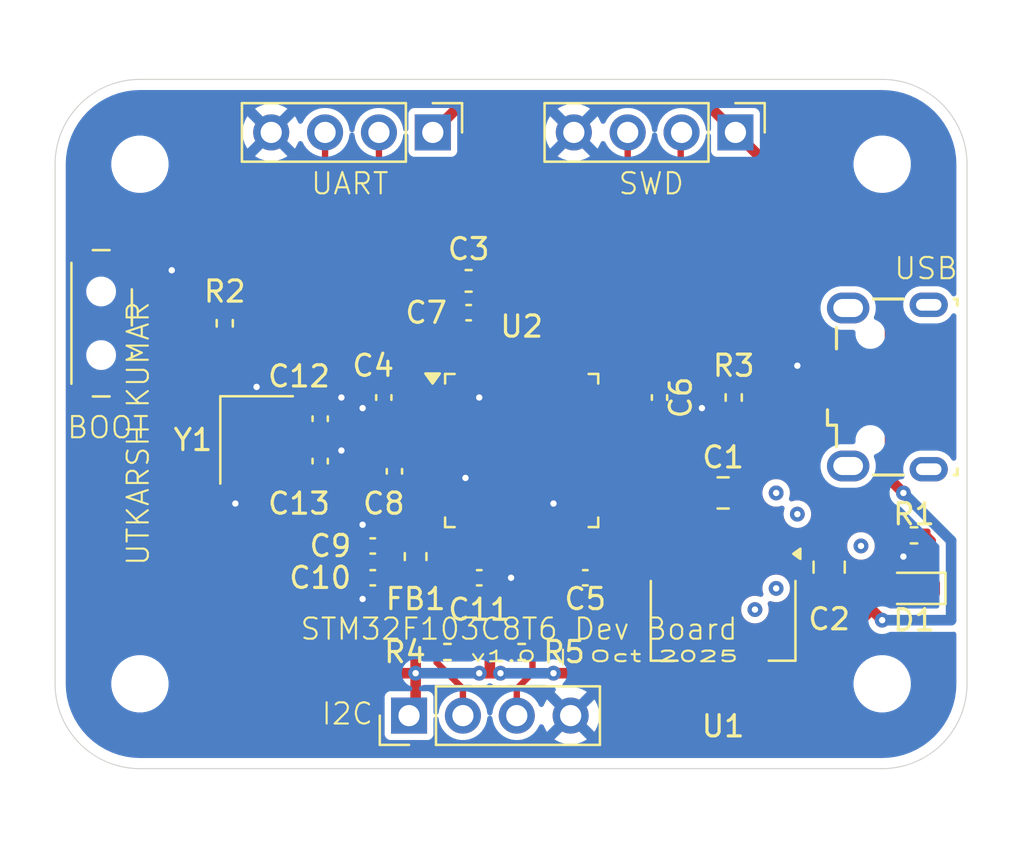
<source format=kicad_pcb>
(kicad_pcb (version 20241229) (generator "pcbnew") (generator_version "9.0")
  (layers (0 "F.Cu" signal) (2 "B.Cu" power) (13 "F.Paste" user) (15 "B.Paste" user) (5 "F.SilkS" user "F.Silkscreen") (7 "B.SilkS" user "B.Silkscreen") (1 "F.Mask" user) (3 "B.Mask" user) (25 "Edge.Cuts" user))
  (net 0 "")
  (net 1 "GND")
  (net 2 "VBUS")
  (net 3 "+3.3V")
  (net 4 "/NRST")
  (net 5 "/HSE_OUT")
  (net 6 "+3.3VA")
  (net 7 "/PWR_LED_K")
  (net 8 "/USART1_RX")
  (net 9 "/USART1_TX")
  (net 10 "/I2C2_SCL")
  (net 11 "/I2C2_SDA")
  (net 12 "/SWDIO")
  (net 13 "/SWCLK")
  (net 14 "/USB_D+")
  (net 15 "/USB_D-")
  (net 16 "/SW_BOOT0")
  (net 17 "/BOOT0")
  (net 47 "/HSE_IN")
  (footprint "Capacitor_SMD:C_0402_1005Metric" (layer "F.Cu") (at 118 100.5 180)
    (property "Reference" "C5" (at 0 -1 -180) (layer "F.SilkS"))
    (property "Value" "100n")
    (pad "1" smd roundrect (at -0.48 0 180) (size 0.56 0.62) (layers "F.Cu" "F.Mask" "F.Paste") (net 3 "+3.3V"))
    (pad "2" smd roundrect (at 0.48 0 180) (size 0.56 0.62) (layers "F.Cu" "F.Mask" "F.Paste") (net 1 "GND"))
  )
  (footprint "Button_Switch_SMD:SW_SPDT_PCM12" (layer "F.Cu") (at 95.5 88.5 -90)
    (property "Reference" "SW1")
    (property "Value" "SW_SPDT")
    (pad "" smd rect (at -3.65 -0.78 270) (size 1 0.8) (layers "F.Cu" "F.Mask" "F.Paste"))
    (pad "" smd rect (at -3.65 1.43 270) (size 1 0.8) (layers "F.Cu" "F.Mask" "F.Paste"))
    (pad "" np_thru_hole circle (at -1.5 0.33 270) (size 0.9 0.9) (drill 0.9) (layers "*.Cu" "*.Mask"))
    (pad "" np_thru_hole circle (at 1.5 0.33 270) (size 0.9 0.9) (drill 0.9) (layers "*.Cu" "*.Mask"))
    (pad "" smd rect (at 3.65 -0.78 270) (size 1 0.8) (layers "F.Cu" "F.Mask" "F.Paste"))
    (pad "" smd rect (at 3.65 1.43 270) (size 1 0.8) (layers "F.Cu" "F.Mask" "F.Paste"))
    (pad "1" smd rect (at -2.25 -1.43 270) (size 0.7 1.5) (layers "F.Cu" "F.Mask" "F.Paste") (net 1 "GND"))
    (pad "2" smd rect (at 0.75 -1.43 270) (size 0.7 1.5) (layers "F.Cu" "F.Mask" "F.Paste") (net 16 "/SW_BOOT0"))
    (pad "3" smd rect (at 2.25 -1.43 270) (size 0.7 1.5) (layers "F.Cu" "F.Mask" "F.Paste") (net 3 "+3.3V"))
  )
  (footprint "Capacitor_SMD:C_0402_1005Metric" (layer "F.Cu") (at 105.5 93 90)
    (property "Reference" "C12" (at 2 -1 180) (layer "F.SilkS"))
    (property "Value" "10p")
    (pad "1" smd roundrect (at -0.48 0 90) (size 0.56 0.62) (layers "F.Cu" "F.Mask" "F.Paste") (net 47 "/HSE_IN"))
    (pad "2" smd roundrect (at 0.48 0 90) (size 0.56 0.62) (layers "F.Cu" "F.Mask" "F.Paste") (net 1 "GND"))
  )
  (footprint "Capacitor_SMD:C_0603_1608Metric" (layer "F.Cu") (at 112.5 86.5)
    (property "Reference" "C3" (at 0 -1.5 0) (layer "F.SilkS"))
    (property "Value" "10u")
    (pad "1" smd roundrect (at -0.775 0) (size 0.9 0.95) (layers "F.Cu" "F.Mask" "F.Paste") (net 3 "+3.3V"))
    (pad "2" smd roundrect (at 0.775 0) (size 0.9 0.95) (layers "F.Cu" "F.Mask" "F.Paste") (net 1 "GND"))
  )
  (footprint "Capacitor_SMD:C_0402_1005Metric" (layer "F.Cu") (at 105.5 95 90)
    (property "Reference" "C13" (at -2 -1 180) (layer "F.SilkS"))
    (property "Value" "10p")
    (pad "1" smd roundrect (at -0.48 0 90) (size 0.56 0.62) (layers "F.Cu" "F.Mask" "F.Paste") (net 5 "/HSE_OUT"))
    (pad "2" smd roundrect (at 0.48 0 90) (size 0.56 0.62) (layers "F.Cu" "F.Mask" "F.Paste") (net 1 "GND"))
  )
  (footprint "Inductor_SMD:L_0603_1608Metric" (layer "F.Cu") (at 110 99.5 -90)
    (property "Reference" "FB1" (at 2 0 180) (layer "F.SilkS"))
    (property "Value" "120R")
    (pad "1" smd roundrect (at -0.7875 0 270) (size 0.875 0.95) (layers "F.Cu" "F.Mask" "F.Paste") (net 6 "+3.3VA"))
    (pad "2" smd roundrect (at 0.7875 0 270) (size 0.875 0.95) (layers "F.Cu" "F.Mask" "F.Paste") (net 3 "+3.3V"))
  )
  (footprint "LED_SMD:LED_0603_1608Metric" (layer "F.Cu") (at 133.5 101 180)
    (property "Reference" "D1" (at 0 -1.5 180) (layer "F.SilkS"))
    (property "Value" "RED")
    (pad "1" smd roundrect (at -0.7875 0 180) (size 0.875 0.95) (layers "F.Cu" "F.Mask" "F.Paste") (net 7 "/PWR_LED_K"))
    (pad "2" smd roundrect (at 0.7875 0 180) (size 0.875 0.95) (layers "F.Cu" "F.Mask" "F.Paste") (net 3 "+3.3V"))
  )
  (footprint "Capacitor_SMD:C_0402_1005Metric" (layer "F.Cu") (at 107.98 99 180)
    (property "Reference" "C9" (at 2 0 180) (layer "F.SilkS"))
    (property "Value" "1u")
    (pad "1" smd roundrect (at -0.48 0 180) (size 0.56 0.62) (layers "F.Cu" "F.Mask" "F.Paste") (net 6 "+3.3VA"))
    (pad "2" smd roundrect (at 0.48 0 180) (size 0.56 0.62) (layers "F.Cu" "F.Mask" "F.Paste") (net 1 "GND"))
  )
  (footprint "Crystal:Crystal_SMD_3225-4Pin_3.2x2.5mm" (layer "F.Cu") (at 102.5 94 -90)
    (property "Reference" "Y1" (at 0 3 180) (layer "F.SilkS"))
    (property "Value" "16MHz")
    (pad "1" smd roundrect (at -1.1 0.85 270) (size 1.4 1.2) (layers "F.Cu" "F.Mask" "F.Paste") (roundrect_rratio 0.208333) (net 47 "/HSE_IN"))
    (pad "2" smd roundrect (at 1.1 0.85 270) (size 1.4 1.2) (layers "F.Cu" "F.Mask" "F.Paste") (roundrect_rratio 0.208333) (net 1 "GND"))
    (pad "3" smd roundrect (at 1.1 -0.85 270) (size 1.4 1.2) (layers "F.Cu" "F.Mask" "F.Paste") (roundrect_rratio 0.208333) (net 5 "/HSE_OUT"))
    (pad "4" smd roundrect (at -1.1 -0.85 270) (size 1.4 1.2) (layers "F.Cu" "F.Mask" "F.Paste") (roundrect_rratio 0.208333) (net 1 "GND"))
  )
  (footprint "Connector_PinHeader_2.54mm:PinHeader_1x04_P2.54mm_Vertical" (layer "F.Cu") (at 110.81 79.5 -90)
    (property "Reference" "J2")
    (property "Value" "Conn_01x04_Pin")
    (pad "1" thru_hole rect (at 0 0 270) (size 1.7 1.7) (drill 1) (layers "*.Cu" "*.Mask") (net 3 "+3.3V"))
    (pad "2" thru_hole circle (at 0 2.54 270) (size 1.7 1.7) (drill 1) (layers "*.Cu" "*.Mask") (net 9 "/USART1_TX"))
    (pad "3" thru_hole circle (at 0 5.08 270) (size 1.7 1.7) (drill 1) (layers "*.Cu" "*.Mask") (net 8 "/USART1_RX"))
    (pad "4" thru_hole circle (at 0 7.62 270) (size 1.7 1.7) (drill 1) (layers "*.Cu" "*.Mask") (net 1 "GND"))
  )
  (footprint "Capacitor_SMD:C_0402_1005Metric" (layer "F.Cu") (at 113 100.5)
    (property "Reference" "C11" (at 0 1.5 0) (layer "F.SilkS"))
    (property "Value" "100n")
    (pad "1" smd roundrect (at -0.48 0) (size 0.56 0.62) (layers "F.Cu" "F.Mask" "F.Paste") (net 4 "/NRST"))
    (pad "2" smd roundrect (at 0.48 0) (size 0.56 0.62) (layers "F.Cu" "F.Mask" "F.Paste") (net 1 "GND"))
  )
  (footprint "Connector_PinHeader_2.54mm:PinHeader_1x04_P2.54mm_Vertical" (layer "F.Cu") (at 109.69 107 90)
    (property "Reference" "J4")
    (property "Value" "Conn_01x04_Pin")
    (pad "1" thru_hole rect (at 0 0 90) (size 1.7 1.7) (drill 1) (layers "*.Cu" "*.Mask") (net 3 "+3.3V"))
    (pad "2" thru_hole circle (at 0 2.54 90) (size 1.7 1.7) (drill 1) (layers "*.Cu" "*.Mask") (net 10 "/I2C2_SCL"))
    (pad "3" thru_hole circle (at 0 5.08 90) (size 1.7 1.7) (drill 1) (layers "*.Cu" "*.Mask") (net 11 "/I2C2_SDA"))
    (pad "4" thru_hole circle (at 0 7.62 90) (size 1.7 1.7) (drill 1) (layers "*.Cu" "*.Mask") (net 1 "GND"))
  )
  (footprint "Connector_PinHeader_2.54mm:PinHeader_1x04_P2.54mm_Vertical" (layer "F.Cu") (at 125.08 79.5 -90)
    (property "Reference" "J3")
    (property "Value" "Conn_01x04_Pin")
    (pad "1" thru_hole rect (at 0 0 270) (size 1.7 1.7) (drill 1) (layers "*.Cu" "*.Mask") (net 3 "+3.3V"))
    (pad "2" thru_hole circle (at 0 2.54 270) (size 1.7 1.7) (drill 1) (layers "*.Cu" "*.Mask") (net 12 "/SWDIO"))
    (pad "3" thru_hole circle (at 0 5.08 270) (size 1.7 1.7) (drill 1) (layers "*.Cu" "*.Mask") (net 13 "/SWCLK"))
    (pad "4" thru_hole circle (at 0 7.62 270) (size 1.7 1.7) (drill 1) (layers "*.Cu" "*.Mask") (net 1 "GND"))
  )
  (footprint "Resistor_SMD:R_0402_1005Metric" (layer "F.Cu") (at 125 92 -90)
    (property "Reference" "R3" (at -1.5 0 180) (layer "F.SilkS"))
    (property "Value" "1.5k")
    (pad "1" smd roundrect (at -0.51 0 270) (size 0.54 0.64) (layers "F.Cu" "F.Mask" "F.Paste") (net 3 "+3.3V"))
    (pad "2" smd roundrect (at 0.51 0 270) (size 0.54 0.64) (layers "F.Cu" "F.Mask" "F.Paste") (net 14 "/USB_D+"))
  )
  (footprint "Capacitor_SMD:C_0402_1005Metric" (layer "F.Cu") (at 107.98 100.5 180)
    (property "Reference" "C10" (at 2.48 0 0) (layer "F.SilkS"))
    (property "Value" "1u")
    (pad "1" smd roundrect (at -0.48 0 180) (size 0.56 0.62) (layers "F.Cu" "F.Mask" "F.Paste") (net 3 "+3.3V"))
    (pad "2" smd roundrect (at 0.48 0 180) (size 0.56 0.62) (layers "F.Cu" "F.Mask" "F.Paste") (net 1 "GND"))
  )
  (footprint "MountingHole:MountingHole_2.2mm_M2" (layer "F.Cu") (at 97 105.5)
    (property "Reference" "H1")
    (property "Value" "MountingHole")
    (pad "" np_thru_hole circle (at 0 0) (size 2.2 2.2) (drill 2.2) (layers "*.Cu" "*.Mask"))
  )
  (footprint "Capacitor_SMD:C_0805_2012Metric" (layer "F.Cu") (at 124.5 96.5)
    (property "Reference" "C1" (at 0 -1.68 0) (layer "F.SilkS"))
    (property "Value" "22u")
    (pad "1" smd roundrect (at -0.95 0) (size 1 1.45) (layers "F.Cu" "F.Mask" "F.Paste") (net 2 "VBUS"))
    (pad "2" smd roundrect (at 0.95 0) (size 1 1.45) (layers "F.Cu" "F.Mask" "F.Paste") (net 1 "GND"))
  )
  (footprint "Capacitor_SMD:C_0805_2012Metric" (layer "F.Cu") (at 129.5 100 90)
    (property "Reference" "C2" (at -2.45 0 180) (layer "F.SilkS"))
    (property "Value" "22u")
    (pad "1" smd roundrect (at -0.95 0 90) (size 1 1.45) (layers "F.Cu" "F.Mask" "F.Paste") (net 3 "+3.3V"))
    (pad "2" smd roundrect (at 0.95 0 90) (size 1 1.45) (layers "F.Cu" "F.Mask" "F.Paste") (net 1 "GND"))
  )
  (footprint "Capacitor_SMD:C_0402_1005Metric" (layer "F.Cu") (at 121.5 92 -90)
    (property "Reference" "C6" (at 0 -1 90) (layer "F.SilkS"))
    (property "Value" "100n")
    (pad "1" smd roundrect (at -0.48 0 270) (size 0.56 0.62) (layers "F.Cu" "F.Mask" "F.Paste") (net 3 "+3.3V"))
    (pad "2" smd roundrect (at 0.48 0 270) (size 0.56 0.62) (layers "F.Cu" "F.Mask" "F.Paste") (net 1 "GND"))
  )
  (footprint "Resistor_SMD:R_0402_1005Metric" (layer "F.Cu") (at 115 104)
    (property "Reference" "R5" (at 2 0 0) (layer "F.SilkS"))
    (property "Value" "1.5k")
    (pad "1" smd roundrect (at -0.51 0) (size 0.54 0.64) (layers "F.Cu" "F.Mask" "F.Paste") (net 3 "+3.3V"))
    (pad "2" smd roundrect (at 0.51 0) (size 0.54 0.64) (layers "F.Cu" "F.Mask" "F.Paste") (net 11 "/I2C2_SDA"))
  )
  (footprint "Package_QFP:LQFP-48_7x7mm_P0.5mm" (layer "F.Cu") (at 115 94.5)
    (property "Reference" "U2" (at 0 -5.85 0) (layer "F.SilkS"))
    (property "Value" "STM32F103C8T6")
    (pad "1" smd roundrect (at -4.1625 -2.75) (size 1.475 0.3) (layers "F.Cu" "F.Mask" "F.Paste") (net 3 "+3.3V"))
    (pad "2" smd roundrect (at -4.1625 -2.25) (size 1.475 0.3) (layers "F.Cu" "F.Mask" "F.Paste"))
    (pad "3" smd roundrect (at -4.1625 -1.75) (size 1.475 0.3) (layers "F.Cu" "F.Mask" "F.Paste"))
    (pad "4" smd roundrect (at -4.1625 -1.25) (size 1.475 0.3) (layers "F.Cu" "F.Mask" "F.Paste"))
    (pad "5" smd roundrect (at -4.1625 -0.75) (size 1.475 0.3) (layers "F.Cu" "F.Mask" "F.Paste") (net 47 "/HSE_IN"))
    (pad "6" smd roundrect (at -4.1625 -0.25) (size 1.475 0.3) (layers "F.Cu" "F.Mask" "F.Paste") (net 5 "/HSE_OUT"))
    (pad "7" smd roundrect (at -4.1625 0.25) (size 1.475 0.3) (layers "F.Cu" "F.Mask" "F.Paste") (net 4 "/NRST"))
    (pad "8" smd roundrect (at -4.1625 0.75) (size 1.475 0.3) (layers "F.Cu" "F.Mask" "F.Paste") (net 1 "GND"))
    (pad "9" smd roundrect (at -4.1625 1.25) (size 1.475 0.3) (layers "F.Cu" "F.Mask" "F.Paste") (net 6 "+3.3VA"))
    (pad "10" smd roundrect (at -4.1625 1.75) (size 1.475 0.3) (layers "F.Cu" "F.Mask" "F.Paste"))
    (pad "11" smd roundrect (at -4.1625 2.25) (size 1.475 0.3) (layers "F.Cu" "F.Mask" "F.Paste"))
    (pad "12" smd roundrect (at -4.1625 2.75) (size 1.475 0.3) (layers "F.Cu" "F.Mask" "F.Paste"))
    (pad "13" smd roundrect (at -2.75 4.1625) (size 0.3 1.475) (layers "F.Cu" "F.Mask" "F.Paste"))
    (pad "14" smd roundrect (at -2.25 4.1625) (size 0.3 1.475) (layers "F.Cu" "F.Mask" "F.Paste"))
    (pad "15" smd roundrect (at -1.75 4.1625) (size 0.3 1.475) (layers "F.Cu" "F.Mask" "F.Paste"))
    (pad "16" smd roundrect (at -1.25 4.1625) (size 0.3 1.475) (layers "F.Cu" "F.Mask" "F.Paste"))
    (pad "17" smd roundrect (at -0.75 4.1625) (size 0.3 1.475) (layers "F.Cu" "F.Mask" "F.Paste"))
    (pad "18" smd roundrect (at -0.25 4.1625) (size 0.3 1.475) (layers "F.Cu" "F.Mask" "F.Paste"))
    (pad "19" smd roundrect (at 0.25 4.1625) (size 0.3 1.475) (layers "F.Cu" "F.Mask" "F.Paste"))
    (pad "20" smd roundrect (at 0.75 4.1625) (size 0.3 1.475) (layers "F.Cu" "F.Mask" "F.Paste"))
    (pad "21" smd roundrect (at 1.25 4.1625) (size 0.3 1.475) (layers "F.Cu" "F.Mask" "F.Paste") (net 10 "/I2C2_SCL"))
    (pad "22" smd roundrect (at 1.75 4.1625) (size 0.3 1.475) (layers "F.Cu" "F.Mask" "F.Paste") (net 11 "/I2C2_SDA"))
    (pad "23" smd roundrect (at 2.25 4.1625) (size 0.3 1.475) (layers "F.Cu" "F.Mask" "F.Paste") (net 1 "GND"))
    (pad "24" smd roundrect (at 2.75 4.1625) (size 0.3 1.475) (layers "F.Cu" "F.Mask" "F.Paste") (net 3 "+3.3V"))
    (pad "25" smd roundrect (at 4.1625 2.75) (size 1.475 0.3) (layers "F.Cu" "F.Mask" "F.Paste"))
    (pad "26" smd roundrect (at 4.1625 2.25) (size 1.475 0.3) (layers "F.Cu" "F.Mask" "F.Paste"))
    (pad "27" smd roundrect (at 4.1625 1.75) (size 1.475 0.3) (layers "F.Cu" "F.Mask" "F.Paste"))
    (pad "28" smd roundrect (at 4.1625 1.25) (size 1.475 0.3) (layers "F.Cu" "F.Mask" "F.Paste"))
    (pad "29" smd roundrect (at 4.1625 0.75) (size 1.475 0.3) (layers "F.Cu" "F.Mask" "F.Paste"))
    (pad "30" smd roundrect (at 4.1625 0.25) (size 1.475 0.3) (layers "F.Cu" "F.Mask" "F.Paste"))
    (pad "31" smd roundrect (at 4.1625 -0.25) (size 1.475 0.3) (layers "F.Cu" "F.Mask" "F.Paste"))
    (pad "32" smd roundrect (at 4.1625 -0.75) (size 1.475 0.3) (layers "F.Cu" "F.Mask" "F.Paste") (net 15 "/USB_D-"))
    (pad "33" smd roundrect (at 4.1625 -1.25) (size 1.475 0.3) (layers "F.Cu" "F.Mask" "F.Paste") (net 14 "/USB_D+"))
    (pad "34" smd roundrect (at 4.1625 -1.75) (size 1.475 0.3) (layers "F.Cu" "F.Mask" "F.Paste") (net 12 "/SWDIO"))
    (pad "35" smd roundrect (at 4.1625 -2.25) (size 1.475 0.3) (layers "F.Cu" "F.Mask" "F.Paste") (net 1 "GND"))
    (pad "36" smd roundrect (at 4.1625 -2.75) (size 1.475 0.3) (layers "F.Cu" "F.Mask" "F.Paste") (net 3 "+3.3V"))
    (pad "37" smd roundrect (at 2.75 -4.1625) (size 0.3 1.475) (layers "F.Cu" "F.Mask" "F.Paste") (net 13 "/SWCLK"))
    (pad "38" smd roundrect (at 2.25 -4.1625) (size 0.3 1.475) (layers "F.Cu" "F.Mask" "F.Paste"))
    (pad "39" smd roundrect (at 1.75 -4.1625) (size 0.3 1.475) (layers "F.Cu" "F.Mask" "F.Paste"))
    (pad "40" smd roundrect (at 1.25 -4.1625) (size 0.3 1.475) (layers "F.Cu" "F.Mask" "F.Paste"))
    (pad "41" smd roundrect (at 0.75 -4.1625) (size 0.3 1.475) (layers "F.Cu" "F.Mask" "F.Paste"))
    (pad "42" smd roundrect (at 0.25 -4.1625) (size 0.3 1.475) (layers "F.Cu" "F.Mask" "F.Paste") (net 9 "/USART1_TX"))
    (pad "43" smd roundrect (at -0.25 -4.1625) (size 0.3 1.475) (layers "F.Cu" "F.Mask" "F.Paste") (net 8 "/USART1_RX"))
    (pad "44" smd roundrect (at -0.75 -4.1625) (size 0.3 1.475) (layers "F.Cu" "F.Mask" "F.Paste") (net 17 "/BOOT0"))
    (pad "45" smd roundrect (at -1.25 -4.1625) (size 0.3 1.475) (layers "F.Cu" "F.Mask" "F.Paste"))
    (pad "46" smd roundrect (at -1.75 -4.1625) (size 0.3 1.475) (layers "F.Cu" "F.Mask" "F.Paste"))
    (pad "47" smd roundrect (at -2.25 -4.1625) (size 0.3 1.475) (layers "F.Cu" "F.Mask" "F.Paste") (net 1 "GND"))
    (pad "48" smd roundrect (at -2.75 -4.1625) (size 0.3 1.475) (layers "F.Cu" "F.Mask" "F.Paste") (net 3 "+3.3V"))
  )
  (footprint "Capacitor_SMD:C_0402_1005Metric" (layer "F.Cu") (at 108.5 92 -90)
    (property "Reference" "C4" (at -1.5 0.5 -0) (layer "F.SilkS"))
    (property "Value" "100n")
    (pad "1" smd roundrect (at -0.48 0 270) (size 0.56 0.62) (layers "F.Cu" "F.Mask" "F.Paste") (net 3 "+3.3V"))
    (pad "2" smd roundrect (at 0.48 0 270) (size 0.56 0.62) (layers "F.Cu" "F.Mask" "F.Paste") (net 1 "GND"))
  )
  (footprint "MountingHole:MountingHole_2.2mm_M2" (layer "F.Cu") (at 97 81)
    (property "Reference" "H4")
    (property "Value" "MountingHole")
    (pad "" np_thru_hole circle (at 0 0) (size 2.2 2.2) (drill 2.2) (layers "*.Cu" "*.Mask"))
  )
  (footprint "Resistor_SMD:R_0402_1005Metric" (layer "F.Cu") (at 133.5 98.5 180)
    (property "Reference" "R1" (at 0 1 0) (layer "F.SilkS"))
    (property "Value" "1.5k")
    (pad "1" smd roundrect (at -0.51 0 180) (size 0.54 0.64) (layers "F.Cu" "F.Mask" "F.Paste") (net 7 "/PWR_LED_K"))
    (pad "2" smd roundrect (at 0.51 0 180) (size 0.54 0.64) (layers "F.Cu" "F.Mask" "F.Paste") (net 1 "GND"))
  )
  (footprint "Capacitor_SMD:C_0402_1005Metric" (layer "F.Cu") (at 112.5 88)
    (property "Reference" "C7" (at -2 0 0) (layer "F.SilkS"))
    (property "Value" "100n")
    (pad "1" smd roundrect (at -0.48 0) (size 0.56 0.62) (layers "F.Cu" "F.Mask" "F.Paste") (net 3 "+3.3V"))
    (pad "2" smd roundrect (at 0.48 0) (size 0.56 0.62) (layers "F.Cu" "F.Mask" "F.Paste") (net 1 "GND"))
  )
  (footprint "MountingHole:MountingHole_2.2mm_M2" (layer "F.Cu") (at 132 105.5)
    (property "Reference" "H2")
    (property "Value" "MountingHole")
    (pad "" np_thru_hole circle (at 0 0) (size 2.2 2.2) (drill 2.2) (layers "*.Cu" "*.Mask"))
  )
  (footprint "Resistor_SMD:R_0402_1005Metric" (layer "F.Cu") (at 111.5 104 180)
    (property "Reference" "R4" (at 2 0 0) (layer "F.SilkS"))
    (property "Value" "1.5k")
    (pad "1" smd roundrect (at -0.51 0 180) (size 0.54 0.64) (layers "F.Cu" "F.Mask" "F.Paste") (net 3 "+3.3V"))
    (pad "2" smd roundrect (at 0.51 0 180) (size 0.54 0.64) (layers "F.Cu" "F.Mask" "F.Paste") (net 10 "/I2C2_SCL"))
  )
  (footprint "MountingHole:MountingHole_2.2mm_M2" (layer "F.Cu") (at 132 81)
    (property "Reference" "H3")
    (property "Value" "MountingHole")
    (pad "" np_thru_hole circle (at 0 0) (size 2.2 2.2) (drill 2.2) (layers "*.Cu" "*.Mask"))
  )
  (footprint "Package_TO_SOT_SMD:SOT-223-3_TabPin2" (layer "F.Cu") (at 124.5 102.5 -90)
    (property "Reference" "U1" (at 5 0 180) (layer "F.SilkS"))
    (property "Value" "AMS1117-3.3")
    (pad "1" smd roundrect (at -3.15 -2.3 270) (size 2 1.5) (layers "F.Cu" "F.Mask" "F.Paste") (net 1 "GND"))
    (pad "2" smd roundrect (at -3.15 0 270) (size 2 1.5) (layers "F.Cu" "F.Mask" "F.Paste") (net 3 "+3.3V"))
    (pad "2" smd roundrect (at 3.15 0 270) (size 2 3.8) (layers "F.Cu" "F.Mask" "F.Paste") (net 3 "+3.3V"))
    (pad "3" smd roundrect (at -3.15 2.3 270) (size 2 1.5) (layers "F.Cu" "F.Mask" "F.Paste") (net 2 "VBUS"))
  )
  (footprint "Resistor_SMD:R_0402_1005Metric" (layer "F.Cu") (at 101 88.5 -90)
    (property "Reference" "R2" (at -1.5 0 180) (layer "F.SilkS"))
    (property "Value" "10k")
    (pad "1" smd roundrect (at -0.51 0 270) (size 0.54 0.64) (layers "F.Cu" "F.Mask" "F.Paste") (net 17 "/BOOT0"))
    (pad "2" smd roundrect (at 0.51 0 270) (size 0.54 0.64) (layers "F.Cu" "F.Mask" "F.Paste") (net 16 "/SW_BOOT0"))
  )
  (footprint "Capacitor_SMD:C_0402_1005Metric" (layer "F.Cu") (at 109 95.48 90)
    (property "Reference" "C8" (at -1.52 -0.5 0) (layer "F.SilkS"))
    (property "Value" "10n")
    (pad "1" smd roundrect (at -0.48 0 90) (size 0.56 0.62) (layers "F.Cu" "F.Mask" "F.Paste") (net 6 "+3.3VA"))
    (pad "2" smd roundrect (at 0.48 0 90) (size 0.56 0.62) (layers "F.Cu" "F.Mask" "F.Paste") (net 1 "GND"))
  )
  (footprint "Connector_USB:USB_Micro-B_Wuerth_629105150521" (layer "F.Cu") (at 132.245 91.505 90)
    (property "Reference" "J1")
    (property "Value" "USB_B_Micro")
    (pad "" np_thru_hole oval (at -2.5 -0.8 90) (size 0.8 0.8) (drill 0.8) (layers "*.Cu" "*.Mask"))
    (pad "" np_thru_hole oval (at 2.5 -0.8 90) (size 0.8 0.8) (drill 0.8) (layers "*.Cu" "*.Mask"))
    (pad "1" smd rect (at -1.3 -1.9 90) (size 0.45 1.3) (layers "F.Cu" "F.Mask" "F.Paste") (net 2 "VBUS"))
    (pad "2" smd rect (at -0.65 -1.9 90) (size 0.45 1.3) (layers "F.Cu" "F.Mask" "F.Paste") (net 15 "/USB_D-"))
    (pad "3" smd rect (at 0 -1.9 90) (size 0.45 1.3) (layers "F.Cu" "F.Mask" "F.Paste") (net 14 "/USB_D+"))
    (pad "4" smd rect (at 0.65 -1.9 90) (size 0.45 1.3) (layers "F.Cu" "F.Mask" "F.Paste"))
    (pad "5" smd rect (at 1.3 -1.9 90) (size 0.45 1.3) (layers "F.Cu" "F.Mask" "F.Paste") (net 1 "GND"))
    (pad "6" thru_hole oval (at -3.875 1.95 90) (size 1.15 1.8) (drill oval 0.55 1.2) (property pad_prop_heatsink) (layers "*.Cu" "*.Mask"))
    (pad "6" thru_hole oval (at -3.725 -1.85 90) (size 1.45 2) (drill oval 0.85 1.4) (property pad_prop_heatsink) (layers "*.Cu" "*.Mask"))
    (pad "6" thru_hole oval (at 3.725 -1.85 90) (size 1.45 2) (drill oval 0.85 1.4) (property pad_prop_heatsink) (layers "*.Cu" "*.Mask"))
    (pad "6" thru_hole oval (at 3.875 1.95 90) (size 1.15 1.8) (drill oval 0.55 1.2) (property pad_prop_heatsink) (layers "*.Cu" "*.Mask"))
  )
  (gr_arc (start 93 81) (mid 94.171573 78.171573) (end 97 77) (stroke (width 0.05)) (layer "Edge.Cuts"))
  (gr_line (start 93 81) (end 93 105.5) (stroke (width 0.05)) (layer "Edge.Cuts"))
  (gr_line (start 97 109.5) (end 132 109.5) (stroke (width 0.05)) (layer "Edge.Cuts"))
  (gr_arc (start 97 109.5) (mid 94.171573 108.328427) (end 93 105.5) (stroke (width 0.05)) (layer "Edge.Cuts"))
  (gr_line (start 132 77) (end 97 77) (stroke (width 0.05)) (layer "Edge.Cuts"))
  (gr_line (start 136 105.5) (end 136 81) (stroke (width 0.05)) (layer "Edge.Cuts"))
  (gr_arc (start 132 77) (mid 134.828427 78.171573) (end 136 81) (stroke (width 0.05)) (layer "Edge.Cuts"))
  (gr_arc (start 136 105.5) (mid 134.828427 108.328427) (end 132 109.5) (stroke (width 0.05)) (layer "Edge.Cuts"))
  (gr_text "STM32F103C8T6 Dev Board" (at 104.5 103.5 0) (layer "F.SilkS") (effects (font (size 1 1) (thickness 0.1)) (justify left bottom)))
  (gr_text "SWD" (at 119.5 82.5 0) (layer "F.SilkS") (effects (font (size 1 1) (thickness 0.1)) (justify left bottom)))
  (gr_text "v1.0 | Oct 2025" (at 112.5 104.5 0) (layer "F.SilkS") (effects (font (size 0.5 1) (thickness 0.1)) (justify left bottom)))
  (gr_text "BOOT" (at 93.5 94 0) (layer "F.SilkS") (effects (font (size 1 1) (thickness 0.1)) (justify left bottom)))
  (gr_text "UART" (at 105 82.5 0) (layer "F.SilkS") (effects (font (size 1 1) (thickness 0.1)) (justify left bottom)))
  (gr_text "USB" (at 132.5 86.5 0) (layer "F.SilkS") (effects (font (size 1 1) (thickness 0.1)) (justify left bottom)))
  (gr_text "UTKARSH KUMAR" (at 97.5 100 90) (layer "F.SilkS") (effects (font (size 1 1) (thickness 0.1)) (justify left bottom)))
  (gr_text "I2C" (at 105.5 107.5 0) (layer "F.SilkS") (effects (font (size 1 1) (thickness 0.1)) (justify left bottom)))
  (via (at 127 101) (size 0.7) (drill 0.3) (layers "F.Cu" "B.Cu") (net 0))
  (via (at 127 96.5) (size 0.7) (drill 0.3) (layers "F.Cu" "B.Cu") (net 0))
  (via (at 131 99) (size 0.7) (drill 0.3) (layers "F.Cu" "B.Cu") (net 0))
  (via (at 128 97.5) (size 0.7) (drill 0.3) (layers "F.Cu" "B.Cu") (net 0))
  (via (at 126 102) (size 0.7) (drill 0.3) (layers "F.Cu" "B.Cu") (net 0))
  (segment (start 103.35 92.35) (end 102.5 91.5) (width 0.3) (layer "F.Cu") (net 1))
  (segment (start 98.25 86.25) (end 98.5 86) (width 0.3) (layer "F.Cu") (net 1))
  (segment (start 133 99.5) (end 132.99 99.49) (width 0.3) (layer "F.Cu") (net 1))
  (segment (start 120.52 92.48) (end 120.29 92.25) (width 0.3) (layer "F.Cu") (net 1))
  (segment (start 130.45 100) (end 129.5 99.05) (width 0.5) (layer "F.Cu") (net 1))
  (segment (start 116.560401 97) (end 117.25 97.689599) (width 0.3) (layer "F.Cu") (net 1))
  (segment (start 106.48 94.52) (end 106.5 94.5) (width 0.3) (layer "F.Cu") (net 1))
  (segment (start 105.5 94.52) (end 106.48 94.52) (width 0.3) (layer "F.Cu") (net 1))
  (segment (start 129 90.5) (end 128 90.5) (width 0.3) (layer "F.Cu") (net 1))
  (segment (start 112.98 89.02) (end 112.98 88) (width 0.3) (layer "F.Cu") (net 1))
  (segment (start 107.52 92.48) (end 107.5 92.5) (width 0.3) (layer "F.Cu") (net 1))
  (segment (start 105.98 92.52) (end 106.5 92) (width 0.3) (layer "F.Cu") (net 1))
  (segment (start 117.52 100.5) (end 117.25 100.23) (width 0.3) (layer "F.Cu") (net 1))
  (segment (start 101.65 96.85) (end 101.5 97) (width 0.3) (layer "F.Cu") (net 1))
  (segment (start 114.5 100.5) (end 113.48 100.5) (width 0.3) (layer "F.Cu") (net 1))
  (segment (start 109.995466 95.25) (end 110.8375 95.25) (width 0.3) (layer "F.Cu") (net 1))
  (segment (start 103.35 92.9) (end 103.35 92.35) (width 0.3) (layer "F.Cu") (net 1))
  (segment (start 123.48 92.48) (end 123.5 92.5) (width 0.3) (layer "F.Cu") (net 1))
  (segment (start 132.5 100) (end 130.45 100) (width 0.5) (layer "F.Cu") (net 1))
  (segment (start 121.5 92.48) (end 123.48 92.48) (width 0.3) (layer "F.Cu") (net 1))
  (segment (start 117.25 100.23) (end 117.25 98.6625) (width 0.3) (layer "F.Cu") (net 1))
  (segment (start 113.275 87.705) (end 112.98 88) (width 0.5) (layer "F.Cu") (net 1))
  (segment (start 133 99.5) (end 132.5 100) (width 0.5) (layer "F.Cu") (net 1))
  (segment (start 96.93 86.25) (end 98.25 86.25) (width 0.3) (layer "F.Cu") (net 1))
  (segment (start 111.807019 95.25) (end 110.8375 95.25) (width 0.3) (layer "F.Cu") (net 1))
  (segment (start 112.75 89.25) (end 112.98 89.02) (width 0.3) (layer "F.Cu") (net 1))
  (segment (start 107.5 99) (end 107.5 98) (width 0.3) (layer "F.Cu") (net 1))
  (segment (start 121.5 92.48) (end 120.52 92.48) (width 0.3) (layer "F.Cu") (net 1))
  (segment (start 129.295 90.205) (end 129 90.5) (width 0.3) (layer "F.Cu") (net 1))
  (segment (start 107.5 100.5) (end 107.5 101.5) (width 0.3) (layer "F.Cu") (net 1))
  (segment (start 109 95) (end 109.745466 95) (width 0.3) (layer "F.Cu") (net 1))
  (segment (start 109.745466 95) (end 109.995466 95.25) (width 0.3) (layer "F.Cu") (net 1))
  (segment (start 105.5 92.52) (end 105.98 92.52) (width 0.3) (layer "F.Cu") (net 1))
  (segment (start 112.75 90.3375) (end 112.75 91.75) (width 0.3) (layer "F.Cu") (net 1))
  (segment (start 117.25 97.689599) (end 117.25 98.6625) (width 0.3) (layer "F.Cu") (net 1))
  (segment (start 112.75 90.3375) (end 112.75 89.25) (width 0.3) (layer "F.Cu") (net 1))
  (segment (start 116.5 97) (end 116.560401 97) (width 0.3) (layer "F.Cu") (net 1))
  (segment (start 132.99 99.49) (end 132.99 98.5) (width 0.3) (layer "F.Cu") (net 1))
  (segment (start 120.29 92.25) (end 119.1625 92.25) (width 0.3) (layer "F.Cu") (net 1))
  (segment (start 112.35 95.79298) (end 111.807019 95.25) (width 0.3) (layer "F.Cu") (net 1))
  (segment (start 113.275 86.5) (end 113.275 87.705) (width 0.5) (layer "F.Cu") (net 1))
  (segment (start 112.75 91.75) (end 113 92) (width 0.3) (layer "F.Cu") (net 1))
  (segment (start 130.345 90.205) (end 129.295 90.205) (width 0.3) (layer "F.Cu") (net 1))
  (segment (start 101.65 95.1) (end 101.65 96.85) (width 0.3) (layer "F.Cu") (net 1))
  (segment (start 108.5 92.48) (end 107.52 92.48) (width 0.3) (layer "F.Cu") (net 1))
  (via (at 107.5 101.5) (size 0.7) (drill 0.3) (layers "F.Cu" "B.Cu") (net 1))
  (via (at 98.5 86) (size 0.7) (drill 0.3) (layers "F.Cu" "B.Cu") (net 1))
  (via (at 133 99.5) (size 0.7) (drill 0.3) (layers "F.Cu" "B.Cu") (net 1))
  (via (at 102.5 91.5) (size 0.7) (drill 0.3) (layers "F.Cu" "B.Cu") (net 1))
  (via (at 106.5 92) (size 0.7) (drill 0.3) (layers "F.Cu" "B.Cu") (net 1))
  (via (at 116.5 97) (size 0.7) (drill 0.3) (layers "F.Cu" "B.Cu") (net 1))
  (via (at 106.5 94.5) (size 0.7) (drill 0.3) (layers "F.Cu" "B.Cu") (net 1))
  (via (at 128 90.5) (size 0.7) (drill 0.3) (layers "F.Cu" "B.Cu") (net 1))
  (via (at 112.35 95.79298) (size 0.7) (drill 0.3) (layers "F.Cu" "B.Cu") (net 1))
  (via (at 123.5 92.5) (size 0.7) (drill 0.3) (layers "F.Cu" "B.Cu") (net 1))
  (via (at 107.5 98) (size 0.7) (drill 0.3) (layers "F.Cu" "B.Cu") (net 1))
  (via (at 107.5 92.5) (size 0.7) (drill 0.3) (layers "F.Cu" "B.Cu") (net 1))
  (via (at 101.5 97) (size 0.7) (drill 0.3) (layers "F.Cu" "B.Cu") (net 1))
  (via (at 113 92) (size 0.7) (drill 0.3) (layers "F.Cu" "B.Cu") (net 1))
  (via (at 114.5 100.5) (size 0.7) (drill 0.3) (layers "F.Cu" "B.Cu") (net 1))
  (segment (start 118.48 98.98) (end 118.48 100.5) (width 0.3) (layer "F.Cu") (net 3))
  (segment (start 120 105) (end 116.5 105) (width 0.5) (layer "F.Cu") (net 3))
  (segment (start 129 104.5) (end 131.5 102) (width 0.5) (layer "F.Cu") (net 3))
  (segment (start 118.48 102.48) (end 120 104) (width 0.5) (layer "F.Cu") (net 3))
  (segment (start 132.370315 86.790315) (end 128.79 83.21) (width 0.5) (layer "F.Cu") (net 3))
  (segment (start 132.370315 95.870315) (end 132.370315 86.790315) (width 0.5) (layer "F.Cu") (net 3))
  (segment (start 125 91.49) (end 121.53 91.49) (width 0.5) (layer "F.Cu") (net 3))
  (segment (start 98.25 90.75) (end 96.93 90.75) (width 0.5) (layer "F.Cu") (net 3))
  (segment (start 108.46 100.5) (end 109.7875 100.5) (width 0.5) (layer "F.Cu") (net 3))
  (segment (start 109.7875 100.5) (end 110 100.2875) (width 0.5) (layer "F.Cu") (net 3))
  (segment (start 108.52 91.5) (end 108.5 91.52) (width 0.3) (layer "F.Cu") (net 3))
  (segment (start 99.5 101.5) (end 99.5 92.25) (width 0.5) (layer "F.Cu") (net 3))
  (segment (start 125 91.49) (end 125 87) (width 0.5) (layer "F.Cu") (net 3))
  (segment (start 130.95 100.95) (end 129.5 100.95) (width 0.5) (layer "F.Cu") (net 3))
  (segment (start 125.08 79.5) (end 123.331 77.751) (width 0.5) (layer "F.Cu") (net 3))
  (segment (start 110.8375 91.75) (end 109.75 91.75) (width 0.3) (layer "F.Cu") (net 3))
  (segment (start 112.02 89.02) (end 112.02 88) (width 0.3) (layer "F.Cu") (net 3))
  (segment (start 120 105) (end 120 107) (width 0.5) (layer "F.Cu") (net 3))
  (segment (start 120.25 91.75) (end 120.48 91.52) (width 0.3) (layer "F.Cu") (net 3))
  (segment (start 110 105) (end 110 100.2875) (width 0.5) (layer "F.Cu") (net 3))
  (segment (start 110 105) (end 105.5 105) (width 0.5) (layer "F.Cu") (net 3))
  (segment (start 114 105) (end 113.5 105) (width 0.5) (layer "F.Cu") (net 3))
  (segment (start 131.5 102) (end 131.5 101) (width 0.5) (layer "F.Cu") (net 3))
  (segment (start 123.331 77.751) (end 112.559 77.751) (width 0.5) (layer "F.Cu") (net 3))
  (segment (start 108.5 88.5) (end 109.5 89.5) (width 0.5) (layer "F.Cu") (net 3))
  (segment (start 99.75 92) (end 103.25 88.5) (width 0.5) (layer "F.Cu") (net 3))
  (segment (start 132 102.5) (end 131.5 102) (width 0.5) (layer "F.Cu") (net 3))
  (segment (start 133 96.5) (end 132.370315 95.870315) (width 0.5) (layer "F.Cu") (net 3))
  (segment (start 110 105) (end 110 106.69) (width 0.5) (layer "F.Cu") (net 3))
  (segment (start 121 108) (end 128 108) (width 0.5) (layer "F.Cu") (net 3))
  (segment (start 121.53 91.49) (end 121.5 91.52) (width 0.5) (layer "F.Cu") (net 3))
  (segment (start 117.75 98.6625) (end 118.1625 98.6625) (width 0.3) (layer "F.Cu") (net 3))
  (segment (start 105.5 105) (end 102 101.5) (width 0.5) (layer "F.Cu") (net 3))
  (segment (start 109.5 91.5) (end 108.52 91.5) (width 0.3) (layer "F.Cu") (net 3))
  (segment (start 111.725 87.705) (end 112.02 88) (width 0.5) (layer "F.Cu") (net 3))
  (segment (start 102 101.5) (end 99.5 101.5) (width 0.5) (layer "F.Cu") (net 3))
  (segment (start 119.1625 91.75) (end 120.25 91.75) (width 0.3) (layer "F.Cu") (net 3))
  (segment (start 112.25 89.25) (end 112.02 89.02) (width 0.3) (layer "F.Cu") (net 3))
  (segment (start 128.79 83.21) (end 125.08 79.5) (width 0.5) (layer "F.Cu") (net 3))
  (segment (start 111.725 86.5) (end 111.725 87.705) (width 0.5) (layer "F.Cu") (net 3))
  (segment (start 113.5 104) (end 112.01 104) (width 0.5) (layer "F.Cu") (net 3))
  (segment (start 108.5 86.5) (end 111.725 86.5) (width 0.5) (layer "F.Cu") (net 3))
  (segment (start 113.5 104) (end 113.5 105) (width 0.5) (layer "F.Cu") (net 3))
  (segment (start 109.75 91.75) (end 109.5 91.5) (width 0.3) (layer "F.Cu") (net 3))
  (segment (start 118.1625 98.6625) (end 118.48 98.98) (width 0.3) (layer "F.Cu") (net 3))
  (segment (start 103.25 88.5) (end 106.5 88.5) (width 0.5) (layer "F.Cu") (net 3))
  (segment (start 108.5 86.5) (end 108.5 88.5) (width 0.5) (layer "F.Cu") (net 3))
  (segment (start 99.5 92) (end 98.25 90.75) (width 0.5) (layer "F.Cu") (net 3))
  (segment (start 131 101) (end 132.7125 101) (width 0.5) (layer "F.Cu") (net 3))
  (segment (start 120.48 91.52) (end 121.5 91.52) (width 0.3) (layer "F.Cu") (net 3))
  (segment (start 113.5 105) (end 113 105) (width 0.5) (layer "F.Cu") (net 3))
  (segment (start 129 107) (end 129 104.5) (width 0.5) (layer "F.Cu") (net 3))
  (segment (start 112.25 90.3375) (end 112.25 89.25) (width 0.3) (layer "F.Cu") (net 3))
  (segment (start 109.5 89.5) (end 109.5 91.5) (width 0.5) (layer "F.Cu") (net 3))
  (segment (start 106.5 88.5) (end 108.5 86.5) (width 0.5) (layer "F.Cu") (net 3))
  (segment (start 120 107) (end 121 108) (width 0.5) (layer "F.Cu") (net 3))
  (segment (start 99.5 92.25) (end 99.75 92) (width 0.5) (layer "F.Cu") (net 3))
  (segment (start 120 104) (end 120 105) (width 0.5) (layer "F.Cu") (net 3))
  (segment (start 99.5 92) (end 99.75 92) (width 0.5) (layer "F.Cu") (net 3))
  (segment (start 125 87) (end 128.79 83.21) (width 0.5) (layer "F.Cu") (net 3))
  (segment (start 128 108) (end 129 107) (width 0.5) (layer "F.Cu") (net 3))
  (segment (start 114.49 104) (end 113.5 104) (width 0.5) (layer "F.Cu") (net 3))
  (segment (start 112.559 77.751) (end 110.81 79.5) (width 0.5) (layer "F.Cu") (net 3))
  (segment (start 131 101) (end 130.95 100.95) (width 0.3) (layer "F.Cu") (net 3))
  (segment (start 118.48 100.5) (end 118.48 102.48) (width 0.5) (layer "F.Cu") (net 3))
  (segment (start 110 106.69) (end 109.69 107) (width 0.5) (layer "F.Cu") (net 3))
  (via (at 110 105) (size 0.7) (drill 0.3) (layers "F.Cu" "B.Cu") (net 3))
  (via (at 132 102.5) (size 0.7) (drill 0.3) (layers "F.Cu" "B.Cu") (net 3))
  (via (at 116.5 105) (size 0.7) (drill 0.3) (layers "F.Cu" "B.Cu") (net 3))
  (via (at 114 105) (size 0.7) (drill 0.3) (layers "F.Cu" "B.Cu") (net 3))
  (via (at 113 105) (size 0.7) (drill 0.3) (layers "F.Cu" "B.Cu") (net 3))
  (via (at 133 96.5) (size 0.7) (drill 0.3) (layers "F.Cu" "B.Cu") (net 3))
  (segment (start 135.249 98.749) (end 135.249 102.5) (width 0.5) (layer "B.Cu") (net 3))
  (segment (start 114 105) (end 114.003263 105.003263) (width 0.5) (layer "B.Cu") (net 3))
  (segment (start 133 96.5) (end 135.249 98.749) (width 0.5) (layer "B.Cu") (net 3))
  (segment (start 114.003263 105.003263) (end 116.496737 105.003263) (width 0.5) (layer "B.Cu") (net 3))
  (segment (start 135.249 102.5) (end 132 102.5) (width 0.5) (layer "B.Cu") (net 3))
  (segment (start 116.496737 105.003263) (end 116.5 105) (width 0.5) (layer "B.Cu") (net 3))
  (segment (start 113 105) (end 110 105) (width 0.5) (layer "B.Cu") (net 3))
  (segment (start 113 97) (end 112.5 97) (width 0.3) (layer "F.Cu") (net 4))
  (segment (start 111.5 100) (end 112 100.5) (width 0.3) (layer "F.Cu") (net 4))
  (segment (start 113.5 96.5) (end 113 97) (width 0.3) (layer "F.Cu") (net 4))
  (segment (start 110.8375 94.75) (end 113.25 94.75) (width 0.3) (layer "F.Cu") (net 4))
  (segment (start 112 100.5) (end 112.52 100.5) (width 0.3) (layer "F.Cu") (net 4))
  (segment (start 111.5 98) (end 111.5 100) (width 0.3) (layer "F.Cu") (net 4))
  (segment (start 113.5 95) (end 113.5 96.5) (width 0.3) (layer "F.Cu") (net 4))
  (segment (start 112.5 97) (end 111.5 98) (width 0.3) (layer "F.Cu") (net 4))
  (segment (start 113.25 94.75) (end 113.5 95) (width 0.3) (layer "F.Cu") (net 4))
  (segment (start 108.25 94.25) (end 107.02 95.48) (width 0.3) (layer "F.Cu") (net 5))
  (segment (start 107.02 95.48) (end 105.5 95.48) (width 0.3) (layer "F.Cu") (net 5))
  (segment (start 110.8375 94.25) (end 108.25 94.25) (width 0.3) (layer "F.Cu") (net 5))
  (segment (start 104.23 95.48) (end 103.85 95.1) (width 0.3) (layer "F.Cu") (net 5))
  (segment (start 105.5 95.48) (end 104.23 95.48) (width 0.3) (layer "F.Cu") (net 5))
  (segment (start 109 99) (end 109 95.96) (width 0.5) (layer "F.Cu") (net 6))
  (segment (start 110 98.7125) (end 109.7125 98.7125) (width 0.3) (layer "F.Cu") (net 6))
  (segment (start 108.46 99) (end 109 99) (width 0.5) (layer "F.Cu") (net 6))
  (segment (start 109 99) (end 109.7125 99) (width 0.5) (layer "F.Cu") (net 6))
  (segment (start 109 95.96) (end 109.785466 95.96) (width 0.3) (layer "F.Cu") (net 6))
  (segment (start 109.995466 95.75) (end 110.8375 95.75) (width 0.3) (layer "F.Cu") (net 6))
  (segment (start 109.785466 95.96) (end 109.995466 95.75) (width 0.3) (layer "F.Cu") (net 6))
  (segment (start 109.7125 99) (end 110 98.7125) (width 0.5) (layer "F.Cu") (net 6))
  (segment (start 134.2875 98.7775) (end 134.01 98.5) (width 0.5) (layer "F.Cu") (net 7))
  (segment (start 134.2875 101) (end 134.2875 98.7775) (width 0.5) (layer "F.Cu") (net 7))
  (segment (start 105.73 79.5) (end 105.73 80.73) (width 0.3) (layer "F.Cu") (net 8))
  (segment (start 105.73 80.73) (end 107.5 82.5) (width 0.3) (layer "F.Cu") (net 8))
  (segment (start 113 82.5) (end 114.75 84.25) (width 0.3) (layer "F.Cu") (net 8))
  (segment (start 114.75 84.25) (end 114.75 90.3375) (width 0.3) (layer "F.Cu") (net 8))
  (segment (start 107.5 82.5) (end 113 82.5) (width 0.3) (layer "F.Cu") (net 8))
  (segment (start 115.25 90.3375) (end 115.25 83.75) (width 0.3) (layer "F.Cu") (net 9))
  (segment (start 115.25 83.75) (end 113.5 82) (width 0.3) (layer "F.Cu") (net 9))
  (segment (start 113.5 82) (end 109.5 82) (width 0.3) (layer "F.Cu") (net 9))
  (segment (start 109.5 82) (end 108.27 80.77) (width 0.3) (layer "F.Cu") (net 9))
  (segment (start 108.27 80.77) (end 108.27 79.5) (width 0.3) (layer "F.Cu") (net 9))
  (segment (start 110.99 103.01) (end 110.99 104) (width 0.3) (layer "F.Cu") (net 10))
  (segment (start 116.25 98.6625) (end 116.25 99.75) (width 0.3) (layer "F.Cu") (net 10))
  (segment (start 111 103) (end 110.99 103.01) (width 0.3) (layer "F.Cu") (net 10))
  (segment (start 115 101) (end 115 103) (width 0.3) (layer "F.Cu") (net 10))
  (segment (start 112.23 105.73) (end 112.23 107) (width 0.3) (layer "F.Cu") (net 10))
  (segment (start 115 103) (end 111 103) (width 0.3) (layer "F.Cu") (net 10))
  (segment (start 116.25 99.75) (end 115 101) (width 0.3) (layer "F.Cu") (net 10))
  (segment (start 110.99 104.49) (end 112.23 105.73) (width 0.3) (layer "F.Cu") (net 10))
  (segment (start 110.99 104) (end 110.99 104.49) (width 0.3) (layer "F.Cu") (net 10))
  (segment (start 116.75 98.6625) (end 116.75 100.25) (width 0.3) (layer "F.Cu") (net 11))
  (segment (start 115.51 104) (end 115.51 104.99) (width 0.3) (layer "F.Cu") (net 11))
  (segment (start 114.77 105.73) (end 114.77 107) (width 0.3) (layer "F.Cu") (net 11))
  (segment (start 115.51 101.49) (end 115.51 104) (width 0.3) (layer "F.Cu") (net 11))
  (segment (start 116.75 100.25) (end 115.51 101.49) (width 0.3) (layer "F.Cu") (net 11))
  (segment (start 115.51 104.99) (end 114.77 105.73) (width 0.3) (layer "F.Cu") (net 11))
  (segment (start 120 89.5) (end 118 91.5) (width 0.3) (layer "F.Cu") (net 12))
  (segment (start 118 92.5) (end 118.25 92.75) (width 0.3) (layer "F.Cu") (net 12))
  (segment (start 118.25 92.75) (end 119.1625 92.75) (width 0.3) (layer "F.Cu") (net 12))
  (segment (start 122.5 83.5) (end 120 86) (width 0.3) (layer "F.Cu") (net 12))
  (segment (start 118 91.5) (end 118 92.5) (width 0.3) (layer "F.Cu") (net 12))
  (segment (start 122.5 79.54) (end 122.5 83.5) (width 0.3) (layer "F.Cu") (net 12))
  (segment (start 122.54 79.5) (end 122.5 79.54) (width 0.3) (layer "F.Cu") (net 12))
  (segment (start 120 86) (end 120 89.5) (width 0.3) (layer "F.Cu") (net 12))
  (segment (start 117.75 85.75) (end 120 83.5) (width 0.3) (layer "F.Cu") (net 13))
  (segment (start 117.75 90.3375) (end 117.75 85.75) (width 0.3) (layer "F.Cu") (net 13))
  (segment (start 120 83.5) (end 120 79.5) (width 0.3) (layer "F.Cu") (net 13))
  (segment (start 119.1625 93.25) (end 120.268751 93.25) (width 0.2) (layer "F.Cu") (net 14))
  (segment (start 126.5 93.275) (end 125.735 92.51) (width 0.2) (layer "F.Cu") (net 14))
  (segment (start 120.293751 93.275) (end 126.5 93.275) (width 0.2) (layer "F.Cu") (net 14))
  (segment (start 120.268751 93.25) (end 120.293751 93.275) (width 0.2) (layer "F.Cu") (net 14))
  (segment (start 129.5 91.629) (end 130.221 91.629) (width 0.2) (layer "F.Cu") (net 14))
  (segment (start 129.407632 91.629) (end 129.5 91.629) (width 0.2) (layer "F.Cu") (net 14))
  (segment (start 130.221 91.629) (end 130.345 91.505) (width 0.2) (layer "F.Cu") (net 14))
  (segment (start 125.735 92.51) (end 125 92.51) (width 0.2) (layer "F.Cu") (net 14))
  (segment (start 126.5 93.275) (end 127.761632 93.275) (width 0.2) (layer "F.Cu") (net 14))
  (segment (start 127.761632 93.275) (end 129.407632 91.629) (width 0.2) (layer "F.Cu") (net 14))
  (segment (start 127.948 93.725) (end 129.518 92.155) (width 0.2) (layer "F.Cu") (net 15))
  (segment (start 120.293751 93.725) (end 127.948 93.725) (width 0.2) (layer "F.Cu") (net 15))
  (segment (start 119.1625 93.75) (end 120.268751 93.75) (width 0.2) (layer "F.Cu") (net 15))
  (segment (start 129.518 92.155) (end 130.345 92.155) (width 0.2) (layer "F.Cu") (net 15))
  (segment (start 120.268751 93.75) (end 120.293751 93.725) (width 0.2) (layer "F.Cu") (net 15))
  (segment (start 99.01 89.01) (end 101 89.01) (width 0.3) (layer "F.Cu") (net 16))
  (segment (start 98.77 89.25) (end 99.01 89.01) (width 0.3) (layer "F.Cu") (net 16))
  (segment (start 96.93 89.25) (end 98.77 89.25) (width 0.3) (layer "F.Cu") (net 16))
  (segment (start 101 84) (end 101 87.99) (width 0.3) (layer "F.Cu") (net 17))
  (segment (start 102 83) (end 101 84) (width 0.3) (layer "F.Cu") (net 17))
  (segment (start 114.25 90.3375) (end 114.25 84.75) (width 0.3) (layer "F.Cu") (net 17))
  (segment (start 112.5 83) (end 102 83) (width 0.3) (layer "F.Cu") (net 17))
  (segment (start 114.25 84.75) (end 112.5 83) (width 0.3) (layer "F.Cu") (net 17))
  (segment (start 105.5 93.48) (end 104.52 93.48) (width 0.3) (layer "F.Cu") (net 47))
  (segment (start 104.52 93.48) (end 104 94) (width 0.3) (layer "F.Cu") (net 47))
  (segment (start 102.5 94) (end 101.65 93.15) (width 0.3) (layer "F.Cu") (net 47))
  (segment (start 108.25 93.75) (end 107.98 93.48) (width 0.3) (layer "F.Cu") (net 47))
  (segment (start 107.98 93.48) (end 105.5 93.48) (width 0.3) (layer "F.Cu") (net 47))
  (segment (start 110.8375 93.75) (end 108.25 93.75) (width 0.3) (layer "F.Cu") (net 47))
  (segment (start 101.65 93.15) (end 101.65 92.9) (width 0.3) (layer "F.Cu") (net 47))
  (segment (start 104 94) (end 102.5 94) (width 0.3) (layer "F.Cu") (net 47))
  (zone (net 1) (net_name "GND") (layer "F.Cu") (priority 21) (connect_pads yes (clearance 0.3)) (min_thickness 0.25) (fill yes (thermal_gap 0.5) (thermal_bridge_width 0.5))
    (polygon (pts (xy 131.5 98) (xy 132 98.5) (xy 132 99.5) (xy 131.5 100)))
  )
  (zone (net 3) (net_name "+3.3V") (layer "F.Cu") (priority 4) (connect_pads yes (clearance 0.3)) (min_thickness 0.25) (fill yes (thermal_gap 0.5) (thermal_bridge_width 0.5))
    (polygon (pts (xy 127.5 102.5) (xy 126 104) (xy 122.5 104) (xy 122 104.5) (xy 122 106.5) (xy 122.5 107) (xy 126.5 107) (xy 127.5 106)))
  )
  (zone (net 3) (net_name "+3.3V") (layer "F.Cu") (priority 5) (connect_pads yes (clearance 0.3)) (min_thickness 0.25) (fill yes (thermal_gap 0.5) (thermal_bridge_width 0.5))
    (polygon (pts (xy 130.5 102) (xy 130.5 100.5) (xy 128.5 100.5) (xy 128.5 102.5) (xy 130.5 102.5)))
  )
  (zone (net 2) (net_name "VBUS") (layer "F.Cu") (priority 9) (connect_pads yes (clearance 0.3)) (min_thickness 0.25) (fill yes (thermal_gap 0.5) (thermal_bridge_width 0.5))
    (polygon (pts (xy 128 94.5) (xy 129.5 93) (xy 129.5 93.5) (xy 128.5 94.5)))
  )
  (zone (net 1) (net_name "GND") (layer "F.Cu") (priority 16) (connect_pads yes (clearance 0.3)) (min_thickness 0.25) (fill yes (thermal_gap 0.5) (thermal_bridge_width 0.5))
    (polygon (pts (xy 128.5 100) (xy 128 100.5) (xy 128 100)))
  )
  (zone (net 2) (net_name "VBUS") (layer "F.Cu") (priority 1) (connect_pads yes (clearance 0.3)) (min_thickness 0.25) (fill yes (thermal_gap 0.5) (thermal_bridge_width 0.5))
    (polygon (pts (xy 124 95) (xy 124.5 94.5) (xy 128.5 94.5) (xy 129.5 93.5) (xy 129.5 92.5) (xy 131 92.5) (xy 131 93) (xy 131 93.5) (xy 129.5 93.5) (xy 129.5 93.5) (xy 128 95) (xy 125 95) (xy 124.5 95.5)))
  )
  (zone (net 3) (net_name "+3.3V") (layer "F.Cu") (priority 11) (connect_pads yes (clearance 0.3)) (min_thickness 0.25) (fill yes (thermal_gap 0.5) (thermal_bridge_width 0.5))
    (polygon (pts (xy 125.5 98.5) (xy 125.5 100.5) (xy 124.5 100.5) (xy 124.5 104) (xy 124 104) (xy 124 101) (xy 123.5 100.5) (xy 123.5 98.5) (xy 124 98) (xy 125 98)))
  )
  (zone (net 1) (net_name "GND") (layer "F.Cu") (priority 13) (connect_pads yes (clearance 0.3)) (min_thickness 0.25) (fill yes (thermal_gap 0.5) (thermal_bridge_width 0.5))
    (polygon (pts (xy 126 97.5) (xy 126 98) (xy 126 98.5) (xy 126 100.5) (xy 127 99.5) (xy 127 97.5)))
  )
  (zone (net 1) (net_name "GND") (layer "F.Cu") (priority 15) (connect_pads yes (clearance 0.3)) (min_thickness 0.25) (fill yes (thermal_gap 0.5) (thermal_bridge_width 0.5))
    (polygon (pts (xy 131.5 98.5) (xy 131.5 98) (xy 129.5 98) (xy 129.5 98.5)))
  )
  (zone (net 3) (net_name "+3.3V") (layer "F.Cu") (priority 18) (connect_pads yes (clearance 0.3)) (min_thickness 0.25) (fill yes (thermal_gap 0.5) (thermal_bridge_width 0.5))
    (polygon (pts (xy 124.5 101) (xy 125 100.5) (xy 124.5 100.5)))
  )
  (zone (net 1) (net_name "GND") (layer "F.Cu") (priority 17) (connect_pads yes (clearance 0.3)) (min_thickness 0.25) (fill yes (thermal_gap 0.5) (thermal_bridge_width 0.5))
    (polygon (pts (xy 129.5 97.5) (xy 130 98) (xy 129.5 98)))
  )
  (zone (net 2) (net_name "VBUS") (layer "F.Cu") (priority 3) (connect_pads yes (clearance 0.3)) (min_thickness 0.25) (fill yes (thermal_gap 0.5) (thermal_bridge_width 0.5))
    (polygon (pts (xy 121 100) (xy 121 98.5) (xy 122.5 97) (xy 122.5 95.5) (xy 123 95) (xy 124 95) (xy 124.5 95.5) (xy 124.5 97) (xy 123 98.5) (xy 123 101) (xy 122 101)))
  )
  (zone (net 3) (net_name "+3.3V") (layer "F.Cu") (priority 20) (connect_pads yes (clearance 0.3)) (min_thickness 0.25) (fill yes (thermal_gap 0.5) (thermal_bridge_width 0.5))
    (polygon (pts (xy 124.5 103.5) (xy 125 104) (xy 124.5 104)))
  )
  (zone (net 3) (net_name "+3.3V") (layer "F.Cu") (priority 6) (connect_pads yes (clearance 0.3)) (min_thickness 0.25) (fill yes (thermal_gap 0.5) (thermal_bridge_width 0.5))
    (polygon (pts (xy 128.5 102) (xy 128.05 102.5) (xy 127.5 102.5) (xy 127.5 104) (xy 128.5 104) (xy 130.5 102) (xy 130.5 102)))
  )
  (zone (net 2) (net_name "VBUS") (layer "F.Cu") (priority 10) (connect_pads yes (clearance 0.3)) (min_thickness 0.25) (fill yes (thermal_gap 0.5) (thermal_bridge_width 0.5))
    (polygon (pts (xy 122 101.5) (xy 123.5 101.5) (xy 123.5 101) (xy 122 101)))
  )
  (zone (net 2) (net_name "VBUS") (layer "F.Cu") (priority 2) (connect_pads (clearance 0.3)) (min_thickness 0.25) (fill yes (thermal_gap 0.5) (thermal_bridge_width 0.5))
    (polygon (pts (xy 123 100.5) (xy 123.5 101) (xy 123 101)))
  )
  (zone (net 3) (net_name "+3.3V") (layer "F.Cu") (priority 7) (connect_pads yes (clearance 0.3)) (min_thickness 0.25) (fill yes (thermal_gap 0.5) (thermal_bridge_width 0.5))
    (polygon (pts (xy 128.5 100.5) (xy 129 100) (xy 130 100) (xy 130.5 100.5)))
  )
  (zone (net 1) (net_name "GND") (layer "F.Cu") (priority 14) (connect_pads yes (clearance 0.3)) (min_thickness 0.25) (fill yes (thermal_gap 0.5) (thermal_bridge_width 0.5))
    (polygon (pts (xy 128.5 96.5) (xy 129.5 97.5) (xy 129.5 98.5) (xy 131.5 98.5) (xy 131.5 100) (xy 128.5 100)))
  )
  (zone (net 1) (net_name "GND") (layer "F.Cu") (priority 12) (connect_pads yes (clearance 0.3)) (min_thickness 0.25) (fill yes (thermal_gap 0.5) (thermal_bridge_width 0.5))
    (polygon (pts (xy 128.5 96) (xy 128.5 100) (xy 128 100) (xy 128 102) (xy 127.5 102) (xy 126.5 103) (xy 125.5 103) (xy 125 102.5) (xy 125 101.5) (xy 127 99.5) (xy 127 97.5) (xy 125 97.5) (xy 125 95.5) (xy 128 95.5)))
  )
  (zone (net 3) (net_name "+3.3V") (layer "F.Cu") (priority 19) (connect_pads yes (clearance 0.3)) (min_thickness 0.25) (fill yes (thermal_gap 0.5) (thermal_bridge_width 0.5))
    (polygon (pts (xy 124 103.5) (xy 123.5 104) (xy 124 104)))
  )
  (zone (net 3) (net_name "+3.3V") (layer "F.Cu") (priority 8) (connect_pads yes (clearance 0.3)) (min_thickness 0.25) (fill yes (thermal_gap 0.5) (thermal_bridge_width 0.5))
    (polygon (pts (xy 128.5 104) (xy 127.5 105) (xy 127.5 104)))
  )
  (zone (net 1) (net_name "GND") (layer "F.Cu") (priority 22) (connect_pads yes (clearance 0.3)) (min_thickness 0.25) (fill yes (thermal_gap 0.5) (thermal_bridge_width 0.5))
    (polygon (pts (xy 126 98) (xy 125.5 97.5) (xy 126 97.5)))
  )
  (zone (net 1) (net_name "GND") (layer "B.Cu") (connect_pads (clearance 0.3)) (min_thickness 0.25) (fill yes (thermal_gap 0.5) (thermal_bridge_width 0.5))
    (polygon (pts (xy 93 77) (xy 136 77) (xy 136 109.5) (xy 93 109.5)))
  )
)
</source>
